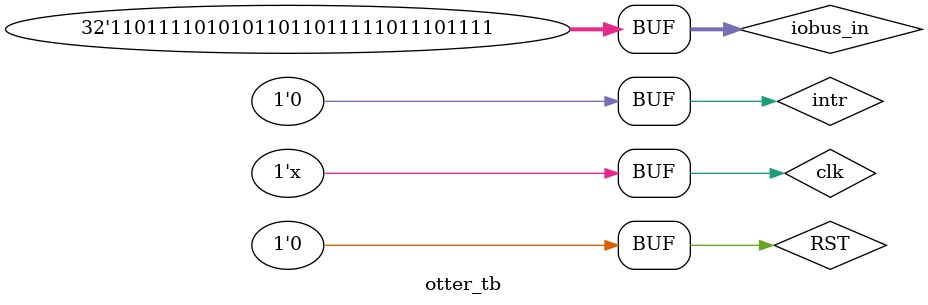
<source format=sv>
`timescale 1ns / 1ps

module otter_tb();

    logic RST; 
    logic intr; 
    logic clk; 
    logic [31:0] iobus_in; 
    logic [31:0] iobus_addr; 
    logic [31:0] iobus_out; 
    logic iobus_wr;

    OTTER_MCU #(.MEM_FILE("otter_memory.mem")) my_otter(
        .RST         (RST),
        .intr        (intr),
        .clk         (clk),
        .iobus_in    (iobus_in),
        .iobus_out   (iobus_out), 
        .iobus_addr  (iobus_addr), 
        .iobus_wr    (iobus_wr)   
    );
    
    initial begin
        clk = 0;
        RST = 1;
        intr = 0;
        iobus_in = 32'hdeadbeef;
    end
     
    //- Generate periodic clock signal    
    always begin       
         clk = ~clk;
         #1;
    end                        
         
    initial begin
        #4
        RST = 0;
        #300
        
        intr = 1;
        #6;
        intr = 0;
        #2000
        
        intr = 1;
        #6
        intr = 0;
        #4
        
        intr = 1;
        #8;
        intr = 0; 
    end
        
endmodule

</source>
